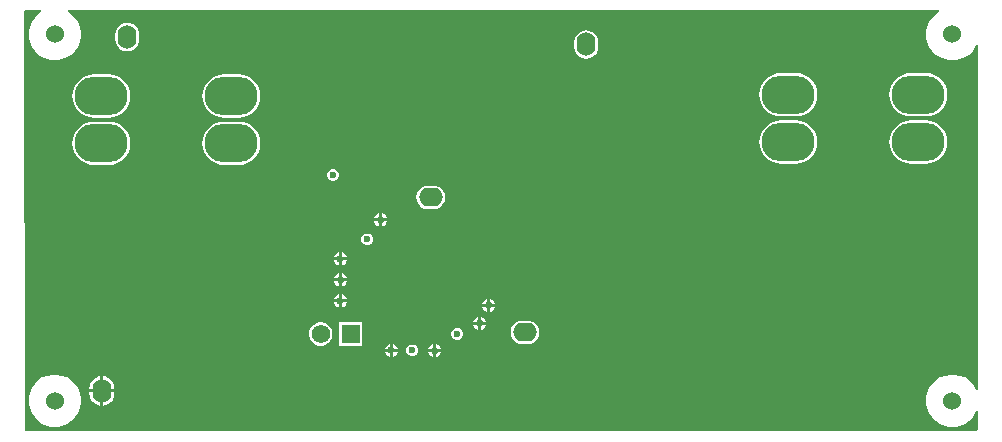
<source format=gbr>
G04*
G04 #@! TF.GenerationSoftware,Altium Limited,Altium Designer,23.0.1 (38)*
G04*
G04 Layer_Physical_Order=3*
G04 Layer_Color=16440176*
%FSLAX25Y25*%
%MOIN*%
G70*
G04*
G04 #@! TF.SameCoordinates,AE5763C0-F2EE-4BCA-89C6-8F578BEF2D51*
G04*
G04*
G04 #@! TF.FilePolarity,Positive*
G04*
G01*
G75*
%ADD35C,0.06181*%
%ADD36R,0.06181X0.06181*%
%ADD45O,0.17717X0.12795*%
%ADD46C,0.06000*%
%ADD47O,0.07874X0.06299*%
%ADD48O,0.06299X0.07874*%
%ADD49C,0.02362*%
G36*
X306574Y141903D02*
X306463Y141228D01*
X305502Y140586D01*
X304296Y139380D01*
X303348Y137961D01*
X302695Y136385D01*
X302362Y134711D01*
Y133005D01*
X302695Y131332D01*
X303348Y129755D01*
X304296Y128337D01*
X305502Y127130D01*
X306921Y126183D01*
X308497Y125530D01*
X310171Y125197D01*
X311877D01*
X313550Y125530D01*
X315126Y126183D01*
X316545Y127130D01*
X317751Y128337D01*
X318699Y129755D01*
X319000Y130482D01*
X319500Y130382D01*
Y15287D01*
X319000Y15188D01*
X318699Y15914D01*
X317751Y17332D01*
X316545Y18539D01*
X315126Y19487D01*
X313550Y20140D01*
X311877Y20472D01*
X310171D01*
X308497Y20140D01*
X306921Y19487D01*
X305502Y18539D01*
X304296Y17332D01*
X303348Y15914D01*
X302695Y14337D01*
X302362Y12664D01*
Y10958D01*
X302695Y9285D01*
X303348Y7708D01*
X304296Y6290D01*
X305502Y5083D01*
X306921Y4135D01*
X308497Y3483D01*
X310171Y3150D01*
X311877D01*
X313550Y3483D01*
X315126Y4135D01*
X316545Y5083D01*
X317751Y6290D01*
X318699Y7708D01*
X319000Y8434D01*
X319500Y8335D01*
Y2000D01*
X319000Y1500D01*
X2000D01*
X1501Y141646D01*
X1854Y142000D01*
X7287D01*
X7361Y141903D01*
X7250Y141228D01*
X6290Y140586D01*
X5083Y139380D01*
X4135Y137961D01*
X3483Y136385D01*
X3150Y134711D01*
Y133005D01*
X3483Y131332D01*
X4135Y129755D01*
X5083Y128337D01*
X6290Y127130D01*
X7708Y126183D01*
X9285Y125530D01*
X10958Y125197D01*
X12664D01*
X14337Y125530D01*
X15914Y126183D01*
X17332Y127130D01*
X18539Y128337D01*
X19487Y129755D01*
X20140Y131332D01*
X20472Y133005D01*
Y134711D01*
X20140Y136385D01*
X19487Y137961D01*
X18539Y139380D01*
X17332Y140586D01*
X16372Y141228D01*
X16261Y141903D01*
X16335Y142000D01*
X306500D01*
X306574Y141903D01*
D02*
G37*
%LPC*%
G36*
X36000Y137758D02*
X34972Y137623D01*
X34014Y137226D01*
X33192Y136595D01*
X32561Y135773D01*
X32164Y134815D01*
X32029Y133787D01*
Y132213D01*
X32164Y131185D01*
X32561Y130227D01*
X33192Y129405D01*
X34014Y128774D01*
X34972Y128377D01*
X36000Y128242D01*
X37028Y128377D01*
X37986Y128774D01*
X38808Y129405D01*
X39439Y130227D01*
X39836Y131185D01*
X39971Y132213D01*
Y133787D01*
X39836Y134815D01*
X39439Y135773D01*
X38808Y136595D01*
X37986Y137226D01*
X37028Y137623D01*
X36000Y137758D01*
D02*
G37*
G36*
X189000Y135258D02*
X187972Y135123D01*
X187014Y134726D01*
X186192Y134095D01*
X185561Y133273D01*
X185164Y132315D01*
X185029Y131287D01*
Y129713D01*
X185164Y128685D01*
X185561Y127727D01*
X186192Y126905D01*
X187014Y126274D01*
X187972Y125877D01*
X189000Y125742D01*
X190028Y125877D01*
X190986Y126274D01*
X191808Y126905D01*
X192439Y127727D01*
X192836Y128685D01*
X192971Y129713D01*
Y131287D01*
X192836Y132315D01*
X192439Y133273D01*
X191808Y134095D01*
X190986Y134726D01*
X190028Y135123D01*
X189000Y135258D01*
D02*
G37*
G36*
X302114Y120999D02*
X297193D01*
X295784Y120861D01*
X294430Y120450D01*
X293182Y119783D01*
X292088Y118885D01*
X291190Y117791D01*
X290523Y116542D01*
X290112Y115188D01*
X289973Y113779D01*
X290112Y112371D01*
X290523Y111017D01*
X291190Y109768D01*
X292088Y108674D01*
X293182Y107776D01*
X294430Y107109D01*
X295784Y106699D01*
X297193Y106560D01*
X302114D01*
X303523Y106699D01*
X304877Y107109D01*
X306125Y107776D01*
X307219Y108674D01*
X308117Y109768D01*
X308784Y111017D01*
X309195Y112371D01*
X309334Y113779D01*
X309195Y115188D01*
X308784Y116542D01*
X308117Y117791D01*
X307219Y118885D01*
X306125Y119783D01*
X304877Y120450D01*
X303523Y120861D01*
X302114Y120999D01*
D02*
G37*
G36*
X258807D02*
X253886D01*
X252477Y120861D01*
X251123Y120450D01*
X249875Y119783D01*
X248781Y118885D01*
X247883Y117791D01*
X247216Y116542D01*
X246805Y115188D01*
X246666Y113779D01*
X246805Y112371D01*
X247216Y111017D01*
X247883Y109768D01*
X248781Y108674D01*
X249875Y107776D01*
X251123Y107109D01*
X252477Y106699D01*
X253886Y106560D01*
X258807D01*
X260216Y106699D01*
X261570Y107109D01*
X262818Y107776D01*
X263912Y108674D01*
X264810Y109768D01*
X265477Y111017D01*
X265888Y112371D01*
X266027Y113779D01*
X265888Y115188D01*
X265477Y116542D01*
X264810Y117791D01*
X263912Y118885D01*
X262818Y119783D01*
X261570Y120450D01*
X260216Y120861D01*
X258807Y120999D01*
D02*
G37*
G36*
X73114Y120499D02*
X68193D01*
X66784Y120361D01*
X65430Y119950D01*
X64182Y119283D01*
X63088Y118385D01*
X62190Y117291D01*
X61523Y116042D01*
X61112Y114688D01*
X60973Y113279D01*
X61112Y111871D01*
X61523Y110517D01*
X62190Y109268D01*
X63088Y108174D01*
X64182Y107276D01*
X65430Y106609D01*
X66784Y106199D01*
X68193Y106060D01*
X73114D01*
X74523Y106199D01*
X75877Y106609D01*
X77125Y107276D01*
X78219Y108174D01*
X79117Y109268D01*
X79784Y110517D01*
X80195Y111871D01*
X80334Y113279D01*
X80195Y114688D01*
X79784Y116042D01*
X79117Y117291D01*
X78219Y118385D01*
X77125Y119283D01*
X75877Y119950D01*
X74523Y120361D01*
X73114Y120499D01*
D02*
G37*
G36*
X29807D02*
X24886D01*
X23477Y120361D01*
X22123Y119950D01*
X20875Y119283D01*
X19781Y118385D01*
X18883Y117291D01*
X18216Y116042D01*
X17805Y114688D01*
X17666Y113279D01*
X17805Y111871D01*
X18216Y110517D01*
X18883Y109268D01*
X19781Y108174D01*
X20875Y107276D01*
X22123Y106609D01*
X23477Y106199D01*
X24886Y106060D01*
X29807D01*
X31216Y106199D01*
X32570Y106609D01*
X33818Y107276D01*
X34912Y108174D01*
X35810Y109268D01*
X36477Y110517D01*
X36888Y111871D01*
X37027Y113279D01*
X36888Y114688D01*
X36477Y116042D01*
X35810Y117291D01*
X34912Y118385D01*
X33818Y119283D01*
X32570Y119950D01*
X31216Y120361D01*
X29807Y120499D01*
D02*
G37*
G36*
X302114Y105251D02*
X297193D01*
X295784Y105113D01*
X294430Y104702D01*
X293182Y104034D01*
X292088Y103137D01*
X291190Y102043D01*
X290523Y100794D01*
X290112Y99440D01*
X289973Y98032D01*
X290112Y96623D01*
X290523Y95269D01*
X291190Y94020D01*
X292088Y92926D01*
X293182Y92028D01*
X294430Y91361D01*
X295784Y90950D01*
X297193Y90812D01*
X302114D01*
X303523Y90950D01*
X304877Y91361D01*
X306125Y92028D01*
X307219Y92926D01*
X308117Y94020D01*
X308784Y95269D01*
X309195Y96623D01*
X309334Y98032D01*
X309195Y99440D01*
X308784Y100794D01*
X308117Y102043D01*
X307219Y103137D01*
X306125Y104034D01*
X304877Y104702D01*
X303523Y105113D01*
X302114Y105251D01*
D02*
G37*
G36*
X258807D02*
X253886D01*
X252477Y105113D01*
X251123Y104702D01*
X249875Y104034D01*
X248781Y103137D01*
X247883Y102043D01*
X247216Y100794D01*
X246805Y99440D01*
X246666Y98032D01*
X246805Y96623D01*
X247216Y95269D01*
X247883Y94020D01*
X248781Y92926D01*
X249875Y92028D01*
X251123Y91361D01*
X252477Y90950D01*
X253886Y90812D01*
X258807D01*
X260216Y90950D01*
X261570Y91361D01*
X262818Y92028D01*
X263912Y92926D01*
X264810Y94020D01*
X265477Y95269D01*
X265888Y96623D01*
X266027Y98032D01*
X265888Y99440D01*
X265477Y100794D01*
X264810Y102043D01*
X263912Y103137D01*
X262818Y104034D01*
X261570Y104702D01*
X260216Y105113D01*
X258807Y105251D01*
D02*
G37*
G36*
X73114Y104751D02*
X68193D01*
X66784Y104613D01*
X65430Y104202D01*
X64182Y103534D01*
X63088Y102637D01*
X62190Y101543D01*
X61523Y100294D01*
X61112Y98940D01*
X60973Y97531D01*
X61112Y96123D01*
X61523Y94769D01*
X62190Y93520D01*
X63088Y92426D01*
X64182Y91528D01*
X65430Y90861D01*
X66784Y90450D01*
X68193Y90312D01*
X73114D01*
X74523Y90450D01*
X75877Y90861D01*
X77125Y91528D01*
X78219Y92426D01*
X79117Y93520D01*
X79784Y94769D01*
X80195Y96123D01*
X80334Y97531D01*
X80195Y98940D01*
X79784Y100294D01*
X79117Y101543D01*
X78219Y102637D01*
X77125Y103534D01*
X75877Y104202D01*
X74523Y104613D01*
X73114Y104751D01*
D02*
G37*
G36*
X29807D02*
X24886D01*
X23477Y104613D01*
X22123Y104202D01*
X20875Y103534D01*
X19781Y102637D01*
X18883Y101543D01*
X18216Y100294D01*
X17805Y98940D01*
X17666Y97531D01*
X17805Y96123D01*
X18216Y94769D01*
X18883Y93520D01*
X19781Y92426D01*
X20875Y91528D01*
X22123Y90861D01*
X23477Y90450D01*
X24886Y90312D01*
X29807D01*
X31216Y90450D01*
X32570Y90861D01*
X33818Y91528D01*
X34912Y92426D01*
X35810Y93520D01*
X36477Y94769D01*
X36888Y96123D01*
X37027Y97531D01*
X36888Y98940D01*
X36477Y100294D01*
X35810Y101543D01*
X34912Y102637D01*
X33818Y103534D01*
X32570Y104202D01*
X31216Y104613D01*
X29807Y104751D01*
D02*
G37*
G36*
X104892Y88968D02*
X104108D01*
X103385Y88669D01*
X102831Y88115D01*
X102532Y87392D01*
Y86608D01*
X102831Y85885D01*
X103385Y85331D01*
X104108Y85031D01*
X104892D01*
X105615Y85331D01*
X106169Y85885D01*
X106468Y86608D01*
Y87392D01*
X106169Y88115D01*
X105615Y88669D01*
X104892Y88968D01*
D02*
G37*
G36*
X137921Y83471D02*
X136346D01*
X135318Y83336D01*
X134360Y82939D01*
X133538Y82308D01*
X132907Y81485D01*
X132510Y80528D01*
X132375Y79500D01*
X132510Y78472D01*
X132907Y77514D01*
X133538Y76692D01*
X134360Y76061D01*
X135318Y75664D01*
X136346Y75529D01*
X137921D01*
X138949Y75664D01*
X139906Y76061D01*
X140729Y76692D01*
X141360Y77514D01*
X141756Y78472D01*
X141892Y79500D01*
X141756Y80528D01*
X141360Y81485D01*
X140729Y82308D01*
X139906Y82939D01*
X138949Y83336D01*
X137921Y83471D01*
D02*
G37*
G36*
X121000Y74154D02*
Y72500D01*
X122654D01*
X122349Y73235D01*
X121736Y73849D01*
X121000Y74154D01*
D02*
G37*
G36*
X120000D02*
X119264Y73849D01*
X118651Y73235D01*
X118346Y72500D01*
X120000D01*
Y74154D01*
D02*
G37*
G36*
X122654Y71500D02*
X121000D01*
Y69846D01*
X121736Y70151D01*
X122349Y70764D01*
X122654Y71500D01*
D02*
G37*
G36*
X120000D02*
X118346D01*
X118651Y70764D01*
X119264Y70151D01*
X120000Y69846D01*
Y71500D01*
D02*
G37*
G36*
X116392Y67469D02*
X115608D01*
X114885Y67169D01*
X114331Y66615D01*
X114032Y65892D01*
Y65108D01*
X114331Y64385D01*
X114885Y63831D01*
X115608Y63532D01*
X116392D01*
X117115Y63831D01*
X117669Y64385D01*
X117968Y65108D01*
Y65892D01*
X117669Y66615D01*
X117115Y67169D01*
X116392Y67469D01*
D02*
G37*
G36*
X107528Y61154D02*
Y59500D01*
X109181D01*
X108877Y60236D01*
X108263Y60849D01*
X107528Y61154D01*
D02*
G37*
G36*
X106528D02*
X105792Y60849D01*
X105178Y60236D01*
X104874Y59500D01*
X106528D01*
Y61154D01*
D02*
G37*
G36*
X109181Y58500D02*
X107528D01*
Y56846D01*
X108263Y57151D01*
X108877Y57765D01*
X109181Y58500D01*
D02*
G37*
G36*
X106528D02*
X104874D01*
X105178Y57765D01*
X105792Y57151D01*
X106528Y56846D01*
Y58500D01*
D02*
G37*
G36*
X107587Y54154D02*
Y52500D01*
X109240D01*
X108936Y53236D01*
X108322Y53849D01*
X107587Y54154D01*
D02*
G37*
G36*
X106587D02*
X105851Y53849D01*
X105238Y53236D01*
X104933Y52500D01*
X106587D01*
Y54154D01*
D02*
G37*
G36*
X109240Y51500D02*
X107587D01*
Y49846D01*
X108322Y50151D01*
X108936Y50765D01*
X109240Y51500D01*
D02*
G37*
G36*
X106587D02*
X104933D01*
X105238Y50765D01*
X105851Y50151D01*
X106587Y49846D01*
Y51500D01*
D02*
G37*
G36*
X107500Y47154D02*
Y45500D01*
X109154D01*
X108849Y46235D01*
X108236Y46849D01*
X107500Y47154D01*
D02*
G37*
G36*
X106500D02*
X105764Y46849D01*
X105151Y46235D01*
X104846Y45500D01*
X106500D01*
Y47154D01*
D02*
G37*
G36*
X157000Y45654D02*
Y44000D01*
X158654D01*
X158349Y44736D01*
X157736Y45349D01*
X157000Y45654D01*
D02*
G37*
G36*
X156000D02*
X155264Y45349D01*
X154651Y44736D01*
X154346Y44000D01*
X156000D01*
Y45654D01*
D02*
G37*
G36*
X109154Y44500D02*
X107500D01*
Y42846D01*
X108236Y43151D01*
X108849Y43764D01*
X109154Y44500D01*
D02*
G37*
G36*
X106500D02*
X104846D01*
X105151Y43764D01*
X105764Y43151D01*
X106500Y42846D01*
Y44500D01*
D02*
G37*
G36*
X158654Y43000D02*
X157000D01*
Y41346D01*
X157736Y41651D01*
X158349Y42265D01*
X158654Y43000D01*
D02*
G37*
G36*
X156000D02*
X154346D01*
X154651Y42265D01*
X155264Y41651D01*
X156000Y41346D01*
Y43000D01*
D02*
G37*
G36*
X154000Y39654D02*
Y38000D01*
X155654D01*
X155349Y38735D01*
X154736Y39349D01*
X154000Y39654D01*
D02*
G37*
G36*
X153000D02*
X152264Y39349D01*
X151651Y38735D01*
X151346Y38000D01*
X153000D01*
Y39654D01*
D02*
G37*
G36*
X155654Y37000D02*
X154000D01*
Y35346D01*
X154736Y35651D01*
X155349Y36265D01*
X155654Y37000D01*
D02*
G37*
G36*
X153000D02*
X151346D01*
X151651Y36265D01*
X152264Y35651D01*
X153000Y35346D01*
Y37000D01*
D02*
G37*
G36*
X146392Y35969D02*
X145608D01*
X144885Y35669D01*
X144331Y35115D01*
X144032Y34392D01*
Y33608D01*
X144331Y32885D01*
X144885Y32331D01*
X145608Y32032D01*
X146392D01*
X147115Y32331D01*
X147669Y32885D01*
X147968Y33608D01*
Y34392D01*
X147669Y35115D01*
X147115Y35669D01*
X146392Y35969D01*
D02*
G37*
G36*
X169287Y38471D02*
X167713D01*
X166685Y38336D01*
X165727Y37939D01*
X164905Y37308D01*
X164274Y36485D01*
X163877Y35528D01*
X163742Y34500D01*
X163877Y33472D01*
X164274Y32515D01*
X164905Y31692D01*
X165727Y31061D01*
X166685Y30664D01*
X167713Y30529D01*
X169287D01*
X170315Y30664D01*
X171273Y31061D01*
X172095Y31692D01*
X172726Y32515D01*
X173123Y33472D01*
X173258Y34500D01*
X173123Y35528D01*
X172726Y36485D01*
X172095Y37308D01*
X171273Y37939D01*
X170315Y38336D01*
X169287Y38471D01*
D02*
G37*
G36*
X114357Y37878D02*
X106601D01*
Y30122D01*
X114357D01*
Y37878D01*
D02*
G37*
G36*
X100990D02*
X99969D01*
X98983Y37614D01*
X98098Y37103D01*
X97376Y36381D01*
X96866Y35497D01*
X96601Y34510D01*
Y33490D01*
X96866Y32503D01*
X97376Y31619D01*
X98098Y30897D01*
X98983Y30386D01*
X99969Y30122D01*
X100990D01*
X101976Y30386D01*
X102860Y30897D01*
X103582Y31619D01*
X104093Y32503D01*
X104357Y33490D01*
Y34510D01*
X104093Y35497D01*
X103582Y36381D01*
X102860Y37103D01*
X101976Y37614D01*
X100990Y37878D01*
D02*
G37*
G36*
X124500Y30654D02*
Y29000D01*
X126154D01*
X125849Y29735D01*
X125235Y30349D01*
X124500Y30654D01*
D02*
G37*
G36*
X123500D02*
X122765Y30349D01*
X122151Y29735D01*
X121846Y29000D01*
X123500D01*
Y30654D01*
D02*
G37*
G36*
X139000Y30544D02*
Y28890D01*
X140654D01*
X140349Y29625D01*
X139735Y30239D01*
X139000Y30544D01*
D02*
G37*
G36*
X138000D02*
X137265Y30239D01*
X136651Y29625D01*
X136346Y28890D01*
X138000D01*
Y30544D01*
D02*
G37*
G36*
X131392Y30468D02*
X130608D01*
X129885Y30169D01*
X129331Y29615D01*
X129032Y28892D01*
Y28108D01*
X129331Y27385D01*
X129885Y26831D01*
X130608Y26531D01*
X131392D01*
X132115Y26831D01*
X132669Y27385D01*
X132968Y28108D01*
Y28892D01*
X132669Y29615D01*
X132115Y30169D01*
X131392Y30468D01*
D02*
G37*
G36*
X126154Y28000D02*
X124500D01*
Y26346D01*
X125235Y26651D01*
X125849Y27264D01*
X126154Y28000D01*
D02*
G37*
G36*
X123500D02*
X121846D01*
X122151Y27264D01*
X122765Y26651D01*
X123500Y26346D01*
Y28000D01*
D02*
G37*
G36*
X140654Y27890D02*
X139000D01*
Y26236D01*
X139735Y26541D01*
X140349Y27154D01*
X140654Y27890D01*
D02*
G37*
G36*
X138000D02*
X136346D01*
X136651Y27154D01*
X137265Y26541D01*
X138000Y26236D01*
Y27890D01*
D02*
G37*
G36*
X28000Y19907D02*
Y15500D01*
X31685D01*
Y15787D01*
X31543Y16871D01*
X31125Y17880D01*
X30459Y18747D01*
X29593Y19412D01*
X28583Y19830D01*
X28000Y19907D01*
D02*
G37*
G36*
X27000D02*
X26417Y19830D01*
X25407Y19412D01*
X24541Y18747D01*
X23875Y17880D01*
X23457Y16871D01*
X23315Y15787D01*
Y15500D01*
X27000D01*
Y19907D01*
D02*
G37*
G36*
X31685Y14500D02*
X28000D01*
Y10093D01*
X28583Y10170D01*
X29593Y10588D01*
X30459Y11253D01*
X31125Y12120D01*
X31543Y13129D01*
X31685Y14213D01*
Y14500D01*
D02*
G37*
G36*
X27000D02*
X23315D01*
Y14213D01*
X23457Y13129D01*
X23875Y12120D01*
X24541Y11253D01*
X25407Y10588D01*
X26417Y10170D01*
X27000Y10093D01*
Y14500D01*
D02*
G37*
G36*
X12664Y20472D02*
X10958D01*
X9285Y20140D01*
X7708Y19487D01*
X6290Y18539D01*
X5083Y17332D01*
X4135Y15914D01*
X3483Y14337D01*
X3150Y12664D01*
Y10958D01*
X3483Y9285D01*
X4135Y7708D01*
X5083Y6290D01*
X6290Y5083D01*
X7708Y4135D01*
X9285Y3483D01*
X10958Y3150D01*
X12664D01*
X14337Y3483D01*
X15914Y4135D01*
X17332Y5083D01*
X18539Y6290D01*
X19487Y7708D01*
X20140Y9285D01*
X20472Y10958D01*
Y12664D01*
X20140Y14337D01*
X19487Y15914D01*
X18539Y17332D01*
X17332Y18539D01*
X15914Y19487D01*
X14337Y20140D01*
X12664Y20472D01*
D02*
G37*
%LPD*%
D35*
X100479Y34000D02*
D03*
D36*
X110479D02*
D03*
D45*
X70653Y97531D02*
D03*
Y113279D02*
D03*
X27347Y51468D02*
D03*
X70653Y35721D02*
D03*
X27347Y97531D02*
D03*
Y35721D02*
D03*
Y113279D02*
D03*
X70653Y51468D02*
D03*
X299654Y98032D02*
D03*
Y113779D02*
D03*
X256347Y51968D02*
D03*
X299654Y36220D02*
D03*
X256347Y98032D02*
D03*
Y36220D02*
D03*
Y113779D02*
D03*
X299654Y51968D02*
D03*
D46*
X11811Y11811D02*
D03*
Y133858D02*
D03*
X311024D02*
D03*
Y11811D02*
D03*
D47*
X137133Y79500D02*
D03*
X168500Y34500D02*
D03*
D48*
X27500Y15000D02*
D03*
X36000Y133000D02*
D03*
X189000Y130500D02*
D03*
D49*
X116000Y65500D02*
D03*
X146000Y34000D02*
D03*
X134500Y58000D02*
D03*
X120500Y72000D02*
D03*
X107087Y52000D02*
D03*
X107028Y59000D02*
D03*
X130500Y65000D02*
D03*
X163000Y65500D02*
D03*
Y61500D02*
D03*
Y57500D02*
D03*
X159000D02*
D03*
Y61500D02*
D03*
X155000Y57500D02*
D03*
Y61500D02*
D03*
X104500Y87000D02*
D03*
X138500Y28390D02*
D03*
X131000Y28500D02*
D03*
X269500Y56500D02*
D03*
X274500D02*
D03*
X279500D02*
D03*
X284500D02*
D03*
Y52500D02*
D03*
X279500D02*
D03*
X274500D02*
D03*
X269500D02*
D03*
X284500Y48500D02*
D03*
X279500D02*
D03*
X274500D02*
D03*
X269500D02*
D03*
X284500Y44500D02*
D03*
X279500D02*
D03*
X274500D02*
D03*
X269500D02*
D03*
X284500Y40500D02*
D03*
X279500D02*
D03*
X274500D02*
D03*
X269500D02*
D03*
X284500Y36500D02*
D03*
X279500D02*
D03*
X274500D02*
D03*
X269500D02*
D03*
X284500Y32500D02*
D03*
X279500D02*
D03*
X274500D02*
D03*
X269500D02*
D03*
X284500Y28500D02*
D03*
X279500D02*
D03*
X274500D02*
D03*
X269500D02*
D03*
X40500Y28000D02*
D03*
X45500D02*
D03*
X50500D02*
D03*
X55500D02*
D03*
X40500Y32000D02*
D03*
X45500D02*
D03*
X50500D02*
D03*
X55500D02*
D03*
X40500Y36000D02*
D03*
X45500D02*
D03*
X50500D02*
D03*
X55500D02*
D03*
X40500Y40000D02*
D03*
X45500D02*
D03*
X50500D02*
D03*
X55500D02*
D03*
X40500Y44000D02*
D03*
X45500D02*
D03*
X50500D02*
D03*
X55500D02*
D03*
X40500Y48000D02*
D03*
X45500D02*
D03*
X50500D02*
D03*
X55500D02*
D03*
X40500Y52000D02*
D03*
X45500D02*
D03*
X50500D02*
D03*
X55500D02*
D03*
Y56000D02*
D03*
X50500D02*
D03*
X45500D02*
D03*
X40500D02*
D03*
X107000Y45000D02*
D03*
X150500Y61500D02*
D03*
X151000Y57000D02*
D03*
X147000D02*
D03*
X145500Y61500D02*
D03*
X142000D02*
D03*
X138000D02*
D03*
X132500Y55000D02*
D03*
X130500Y58000D02*
D03*
X134500Y61500D02*
D03*
X130500D02*
D03*
X134500Y65000D02*
D03*
X159500Y114500D02*
D03*
X155500D02*
D03*
X151500D02*
D03*
X143500D02*
D03*
X155500Y110500D02*
D03*
X159500D02*
D03*
X151500D02*
D03*
X147500D02*
D03*
X143500D02*
D03*
X147500Y114500D02*
D03*
X141500Y126000D02*
D03*
Y130000D02*
D03*
Y134000D02*
D03*
X145500D02*
D03*
X124000Y28500D02*
D03*
X156500Y43500D02*
D03*
X145500Y126000D02*
D03*
Y130000D02*
D03*
X153500Y37500D02*
D03*
M02*

</source>
